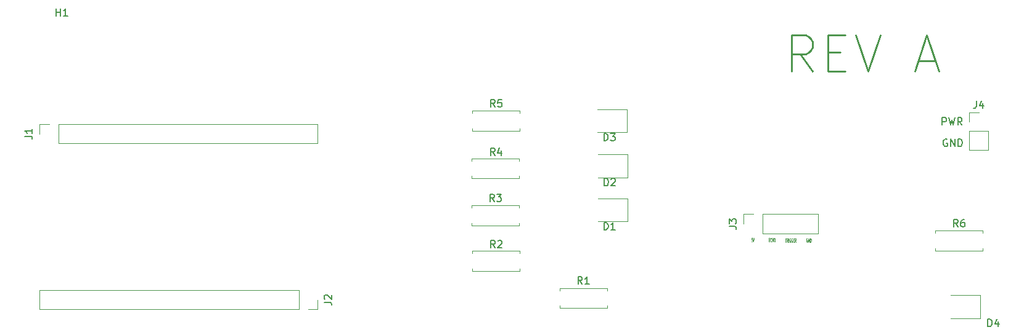
<source format=gbr>
%TF.GenerationSoftware,KiCad,Pcbnew,7.0.7*%
%TF.CreationDate,2023-09-19T21:30:54-07:00*%
%TF.ProjectId,PCB Layout,50434220-4c61-4796-9f75-742e6b696361,rev?*%
%TF.SameCoordinates,Original*%
%TF.FileFunction,Legend,Top*%
%TF.FilePolarity,Positive*%
%FSLAX46Y46*%
G04 Gerber Fmt 4.6, Leading zero omitted, Abs format (unit mm)*
G04 Created by KiCad (PCBNEW 7.0.7) date 2023-09-19 21:30:54*
%MOMM*%
%LPD*%
G01*
G04 APERTURE LIST*
%ADD10C,0.062500*%
%ADD11C,0.150000*%
%ADD12C,0.250000*%
%ADD13C,0.120000*%
G04 APERTURE END LIST*
D10*
X191919689Y-93260559D02*
X191800641Y-93260559D01*
X191800641Y-93260559D02*
X191788737Y-93498654D01*
X191788737Y-93498654D02*
X191800641Y-93474845D01*
X191800641Y-93474845D02*
X191824451Y-93451035D01*
X191824451Y-93451035D02*
X191883975Y-93451035D01*
X191883975Y-93451035D02*
X191907784Y-93474845D01*
X191907784Y-93474845D02*
X191919689Y-93498654D01*
X191919689Y-93498654D02*
X191931594Y-93546273D01*
X191931594Y-93546273D02*
X191931594Y-93665321D01*
X191931594Y-93665321D02*
X191919689Y-93712940D01*
X191919689Y-93712940D02*
X191907784Y-93736750D01*
X191907784Y-93736750D02*
X191883975Y-93760559D01*
X191883975Y-93760559D02*
X191824451Y-93760559D01*
X191824451Y-93760559D02*
X191800641Y-93736750D01*
X191800641Y-93736750D02*
X191788737Y-93712940D01*
X192003022Y-93260559D02*
X192086355Y-93760559D01*
X192086355Y-93760559D02*
X192169689Y-93260559D01*
X199456594Y-93309369D02*
X199432784Y-93285559D01*
X199432784Y-93285559D02*
X199397070Y-93285559D01*
X199397070Y-93285559D02*
X199361356Y-93309369D01*
X199361356Y-93309369D02*
X199337546Y-93356988D01*
X199337546Y-93356988D02*
X199325641Y-93404607D01*
X199325641Y-93404607D02*
X199313737Y-93499845D01*
X199313737Y-93499845D02*
X199313737Y-93571273D01*
X199313737Y-93571273D02*
X199325641Y-93666511D01*
X199325641Y-93666511D02*
X199337546Y-93714130D01*
X199337546Y-93714130D02*
X199361356Y-93761750D01*
X199361356Y-93761750D02*
X199397070Y-93785559D01*
X199397070Y-93785559D02*
X199420879Y-93785559D01*
X199420879Y-93785559D02*
X199456594Y-93761750D01*
X199456594Y-93761750D02*
X199468498Y-93737940D01*
X199468498Y-93737940D02*
X199468498Y-93571273D01*
X199468498Y-93571273D02*
X199420879Y-93571273D01*
X199575641Y-93785559D02*
X199575641Y-93285559D01*
X199575641Y-93285559D02*
X199718498Y-93785559D01*
X199718498Y-93785559D02*
X199718498Y-93285559D01*
X199837546Y-93785559D02*
X199837546Y-93285559D01*
X199837546Y-93285559D02*
X199897070Y-93285559D01*
X199897070Y-93285559D02*
X199932784Y-93309369D01*
X199932784Y-93309369D02*
X199956594Y-93356988D01*
X199956594Y-93356988D02*
X199968499Y-93404607D01*
X199968499Y-93404607D02*
X199980403Y-93499845D01*
X199980403Y-93499845D02*
X199980403Y-93571273D01*
X199980403Y-93571273D02*
X199968499Y-93666511D01*
X199968499Y-93666511D02*
X199956594Y-93714130D01*
X199956594Y-93714130D02*
X199932784Y-93761750D01*
X199932784Y-93761750D02*
X199897070Y-93785559D01*
X199897070Y-93785559D02*
X199837546Y-93785559D01*
X196414927Y-93285559D02*
X196557784Y-93285559D01*
X196486356Y-93785559D02*
X196486356Y-93285559D01*
X196783974Y-93785559D02*
X196700641Y-93547464D01*
X196641117Y-93785559D02*
X196641117Y-93285559D01*
X196641117Y-93285559D02*
X196736355Y-93285559D01*
X196736355Y-93285559D02*
X196760165Y-93309369D01*
X196760165Y-93309369D02*
X196772070Y-93333178D01*
X196772070Y-93333178D02*
X196783974Y-93380797D01*
X196783974Y-93380797D02*
X196783974Y-93452226D01*
X196783974Y-93452226D02*
X196772070Y-93499845D01*
X196772070Y-93499845D02*
X196760165Y-93523654D01*
X196760165Y-93523654D02*
X196736355Y-93547464D01*
X196736355Y-93547464D02*
X196641117Y-93547464D01*
X196891117Y-93785559D02*
X196891117Y-93285559D01*
X197141118Y-93309369D02*
X197117308Y-93285559D01*
X197117308Y-93285559D02*
X197081594Y-93285559D01*
X197081594Y-93285559D02*
X197045880Y-93309369D01*
X197045880Y-93309369D02*
X197022070Y-93356988D01*
X197022070Y-93356988D02*
X197010165Y-93404607D01*
X197010165Y-93404607D02*
X196998261Y-93499845D01*
X196998261Y-93499845D02*
X196998261Y-93571273D01*
X196998261Y-93571273D02*
X197010165Y-93666511D01*
X197010165Y-93666511D02*
X197022070Y-93714130D01*
X197022070Y-93714130D02*
X197045880Y-93761750D01*
X197045880Y-93761750D02*
X197081594Y-93785559D01*
X197081594Y-93785559D02*
X197105403Y-93785559D01*
X197105403Y-93785559D02*
X197141118Y-93761750D01*
X197141118Y-93761750D02*
X197153022Y-93737940D01*
X197153022Y-93737940D02*
X197153022Y-93571273D01*
X197153022Y-93571273D02*
X197105403Y-93571273D01*
X197391118Y-93309369D02*
X197367308Y-93285559D01*
X197367308Y-93285559D02*
X197331594Y-93285559D01*
X197331594Y-93285559D02*
X197295880Y-93309369D01*
X197295880Y-93309369D02*
X197272070Y-93356988D01*
X197272070Y-93356988D02*
X197260165Y-93404607D01*
X197260165Y-93404607D02*
X197248261Y-93499845D01*
X197248261Y-93499845D02*
X197248261Y-93571273D01*
X197248261Y-93571273D02*
X197260165Y-93666511D01*
X197260165Y-93666511D02*
X197272070Y-93714130D01*
X197272070Y-93714130D02*
X197295880Y-93761750D01*
X197295880Y-93761750D02*
X197331594Y-93785559D01*
X197331594Y-93785559D02*
X197355403Y-93785559D01*
X197355403Y-93785559D02*
X197391118Y-93761750D01*
X197391118Y-93761750D02*
X197403022Y-93737940D01*
X197403022Y-93737940D02*
X197403022Y-93571273D01*
X197403022Y-93571273D02*
X197355403Y-93571273D01*
X197510165Y-93523654D02*
X197593499Y-93523654D01*
X197629213Y-93785559D02*
X197510165Y-93785559D01*
X197510165Y-93785559D02*
X197510165Y-93285559D01*
X197510165Y-93285559D02*
X197629213Y-93285559D01*
X197879212Y-93785559D02*
X197795879Y-93547464D01*
X197736355Y-93785559D02*
X197736355Y-93285559D01*
X197736355Y-93285559D02*
X197831593Y-93285559D01*
X197831593Y-93285559D02*
X197855403Y-93309369D01*
X197855403Y-93309369D02*
X197867308Y-93333178D01*
X197867308Y-93333178D02*
X197879212Y-93380797D01*
X197879212Y-93380797D02*
X197879212Y-93452226D01*
X197879212Y-93452226D02*
X197867308Y-93499845D01*
X197867308Y-93499845D02*
X197855403Y-93523654D01*
X197855403Y-93523654D02*
X197831593Y-93547464D01*
X197831593Y-93547464D02*
X197736355Y-93547464D01*
X194125641Y-93498654D02*
X194208975Y-93498654D01*
X194244689Y-93760559D02*
X194125641Y-93760559D01*
X194125641Y-93760559D02*
X194125641Y-93260559D01*
X194125641Y-93260559D02*
X194244689Y-93260559D01*
X194494688Y-93712940D02*
X194482784Y-93736750D01*
X194482784Y-93736750D02*
X194447069Y-93760559D01*
X194447069Y-93760559D02*
X194423260Y-93760559D01*
X194423260Y-93760559D02*
X194387546Y-93736750D01*
X194387546Y-93736750D02*
X194363736Y-93689130D01*
X194363736Y-93689130D02*
X194351831Y-93641511D01*
X194351831Y-93641511D02*
X194339927Y-93546273D01*
X194339927Y-93546273D02*
X194339927Y-93474845D01*
X194339927Y-93474845D02*
X194351831Y-93379607D01*
X194351831Y-93379607D02*
X194363736Y-93331988D01*
X194363736Y-93331988D02*
X194387546Y-93284369D01*
X194387546Y-93284369D02*
X194423260Y-93260559D01*
X194423260Y-93260559D02*
X194447069Y-93260559D01*
X194447069Y-93260559D02*
X194482784Y-93284369D01*
X194482784Y-93284369D02*
X194494688Y-93308178D01*
X194601831Y-93760559D02*
X194601831Y-93260559D01*
X194601831Y-93498654D02*
X194744688Y-93498654D01*
X194744688Y-93760559D02*
X194744688Y-93260559D01*
X194911355Y-93260559D02*
X194958974Y-93260559D01*
X194958974Y-93260559D02*
X194982784Y-93284369D01*
X194982784Y-93284369D02*
X195006593Y-93331988D01*
X195006593Y-93331988D02*
X195018498Y-93427226D01*
X195018498Y-93427226D02*
X195018498Y-93593892D01*
X195018498Y-93593892D02*
X195006593Y-93689130D01*
X195006593Y-93689130D02*
X194982784Y-93736750D01*
X194982784Y-93736750D02*
X194958974Y-93760559D01*
X194958974Y-93760559D02*
X194911355Y-93760559D01*
X194911355Y-93760559D02*
X194887546Y-93736750D01*
X194887546Y-93736750D02*
X194863736Y-93689130D01*
X194863736Y-93689130D02*
X194851832Y-93593892D01*
X194851832Y-93593892D02*
X194851832Y-93427226D01*
X194851832Y-93427226D02*
X194863736Y-93331988D01*
X194863736Y-93331988D02*
X194887546Y-93284369D01*
X194887546Y-93284369D02*
X194911355Y-93260559D01*
D11*
X218660588Y-79667438D02*
X218565350Y-79619819D01*
X218565350Y-79619819D02*
X218422493Y-79619819D01*
X218422493Y-79619819D02*
X218279636Y-79667438D01*
X218279636Y-79667438D02*
X218184398Y-79762676D01*
X218184398Y-79762676D02*
X218136779Y-79857914D01*
X218136779Y-79857914D02*
X218089160Y-80048390D01*
X218089160Y-80048390D02*
X218089160Y-80191247D01*
X218089160Y-80191247D02*
X218136779Y-80381723D01*
X218136779Y-80381723D02*
X218184398Y-80476961D01*
X218184398Y-80476961D02*
X218279636Y-80572200D01*
X218279636Y-80572200D02*
X218422493Y-80619819D01*
X218422493Y-80619819D02*
X218517731Y-80619819D01*
X218517731Y-80619819D02*
X218660588Y-80572200D01*
X218660588Y-80572200D02*
X218708207Y-80524580D01*
X218708207Y-80524580D02*
X218708207Y-80191247D01*
X218708207Y-80191247D02*
X218517731Y-80191247D01*
X219136779Y-80619819D02*
X219136779Y-79619819D01*
X219136779Y-79619819D02*
X219708207Y-80619819D01*
X219708207Y-80619819D02*
X219708207Y-79619819D01*
X220184398Y-80619819D02*
X220184398Y-79619819D01*
X220184398Y-79619819D02*
X220422493Y-79619819D01*
X220422493Y-79619819D02*
X220565350Y-79667438D01*
X220565350Y-79667438D02*
X220660588Y-79762676D01*
X220660588Y-79762676D02*
X220708207Y-79857914D01*
X220708207Y-79857914D02*
X220755826Y-80048390D01*
X220755826Y-80048390D02*
X220755826Y-80191247D01*
X220755826Y-80191247D02*
X220708207Y-80381723D01*
X220708207Y-80381723D02*
X220660588Y-80476961D01*
X220660588Y-80476961D02*
X220565350Y-80572200D01*
X220565350Y-80572200D02*
X220422493Y-80619819D01*
X220422493Y-80619819D02*
X220184398Y-80619819D01*
X217986779Y-77669819D02*
X217986779Y-76669819D01*
X217986779Y-76669819D02*
X218367731Y-76669819D01*
X218367731Y-76669819D02*
X218462969Y-76717438D01*
X218462969Y-76717438D02*
X218510588Y-76765057D01*
X218510588Y-76765057D02*
X218558207Y-76860295D01*
X218558207Y-76860295D02*
X218558207Y-77003152D01*
X218558207Y-77003152D02*
X218510588Y-77098390D01*
X218510588Y-77098390D02*
X218462969Y-77146009D01*
X218462969Y-77146009D02*
X218367731Y-77193628D01*
X218367731Y-77193628D02*
X217986779Y-77193628D01*
X218891541Y-76669819D02*
X219129636Y-77669819D01*
X219129636Y-77669819D02*
X219320112Y-76955533D01*
X219320112Y-76955533D02*
X219510588Y-77669819D01*
X219510588Y-77669819D02*
X219748684Y-76669819D01*
X220701064Y-77669819D02*
X220367731Y-77193628D01*
X220129636Y-77669819D02*
X220129636Y-76669819D01*
X220129636Y-76669819D02*
X220510588Y-76669819D01*
X220510588Y-76669819D02*
X220605826Y-76717438D01*
X220605826Y-76717438D02*
X220653445Y-76765057D01*
X220653445Y-76765057D02*
X220701064Y-76860295D01*
X220701064Y-76860295D02*
X220701064Y-77003152D01*
X220701064Y-77003152D02*
X220653445Y-77098390D01*
X220653445Y-77098390D02*
X220605826Y-77146009D01*
X220605826Y-77146009D02*
X220510588Y-77193628D01*
X220510588Y-77193628D02*
X220129636Y-77193628D01*
D12*
X200162092Y-70275095D02*
X198495425Y-67894142D01*
X197304949Y-70275095D02*
X197304949Y-65275095D01*
X197304949Y-65275095D02*
X199209711Y-65275095D01*
X199209711Y-65275095D02*
X199685901Y-65513190D01*
X199685901Y-65513190D02*
X199923996Y-65751285D01*
X199923996Y-65751285D02*
X200162092Y-66227476D01*
X200162092Y-66227476D02*
X200162092Y-66941761D01*
X200162092Y-66941761D02*
X199923996Y-67417952D01*
X199923996Y-67417952D02*
X199685901Y-67656047D01*
X199685901Y-67656047D02*
X199209711Y-67894142D01*
X199209711Y-67894142D02*
X197304949Y-67894142D01*
X202304949Y-67656047D02*
X203971615Y-67656047D01*
X204685901Y-70275095D02*
X202304949Y-70275095D01*
X202304949Y-70275095D02*
X202304949Y-65275095D01*
X202304949Y-65275095D02*
X204685901Y-65275095D01*
X206114473Y-65275095D02*
X207781140Y-70275095D01*
X207781140Y-70275095D02*
X209447806Y-65275095D01*
X214685901Y-68846523D02*
X217066854Y-68846523D01*
X214209711Y-70275095D02*
X215876378Y-65275095D01*
X215876378Y-65275095D02*
X217543044Y-70275095D01*
D11*
X222678666Y-74366219D02*
X222678666Y-75080504D01*
X222678666Y-75080504D02*
X222631047Y-75223361D01*
X222631047Y-75223361D02*
X222535809Y-75318600D01*
X222535809Y-75318600D02*
X222392952Y-75366219D01*
X222392952Y-75366219D02*
X222297714Y-75366219D01*
X223583428Y-74699552D02*
X223583428Y-75366219D01*
X223345333Y-74318600D02*
X223107238Y-75032885D01*
X223107238Y-75032885D02*
X223726285Y-75032885D01*
X220148333Y-91684819D02*
X219815000Y-91208628D01*
X219576905Y-91684819D02*
X219576905Y-90684819D01*
X219576905Y-90684819D02*
X219957857Y-90684819D01*
X219957857Y-90684819D02*
X220053095Y-90732438D01*
X220053095Y-90732438D02*
X220100714Y-90780057D01*
X220100714Y-90780057D02*
X220148333Y-90875295D01*
X220148333Y-90875295D02*
X220148333Y-91018152D01*
X220148333Y-91018152D02*
X220100714Y-91113390D01*
X220100714Y-91113390D02*
X220053095Y-91161009D01*
X220053095Y-91161009D02*
X219957857Y-91208628D01*
X219957857Y-91208628D02*
X219576905Y-91208628D01*
X221005476Y-90684819D02*
X220815000Y-90684819D01*
X220815000Y-90684819D02*
X220719762Y-90732438D01*
X220719762Y-90732438D02*
X220672143Y-90780057D01*
X220672143Y-90780057D02*
X220576905Y-90922914D01*
X220576905Y-90922914D02*
X220529286Y-91113390D01*
X220529286Y-91113390D02*
X220529286Y-91494342D01*
X220529286Y-91494342D02*
X220576905Y-91589580D01*
X220576905Y-91589580D02*
X220624524Y-91637200D01*
X220624524Y-91637200D02*
X220719762Y-91684819D01*
X220719762Y-91684819D02*
X220910238Y-91684819D01*
X220910238Y-91684819D02*
X221005476Y-91637200D01*
X221005476Y-91637200D02*
X221053095Y-91589580D01*
X221053095Y-91589580D02*
X221100714Y-91494342D01*
X221100714Y-91494342D02*
X221100714Y-91256247D01*
X221100714Y-91256247D02*
X221053095Y-91161009D01*
X221053095Y-91161009D02*
X221005476Y-91113390D01*
X221005476Y-91113390D02*
X220910238Y-91065771D01*
X220910238Y-91065771D02*
X220719762Y-91065771D01*
X220719762Y-91065771D02*
X220624524Y-91113390D01*
X220624524Y-91113390D02*
X220576905Y-91161009D01*
X220576905Y-91161009D02*
X220529286Y-91256247D01*
X156558333Y-75173819D02*
X156225000Y-74697628D01*
X155986905Y-75173819D02*
X155986905Y-74173819D01*
X155986905Y-74173819D02*
X156367857Y-74173819D01*
X156367857Y-74173819D02*
X156463095Y-74221438D01*
X156463095Y-74221438D02*
X156510714Y-74269057D01*
X156510714Y-74269057D02*
X156558333Y-74364295D01*
X156558333Y-74364295D02*
X156558333Y-74507152D01*
X156558333Y-74507152D02*
X156510714Y-74602390D01*
X156510714Y-74602390D02*
X156463095Y-74650009D01*
X156463095Y-74650009D02*
X156367857Y-74697628D01*
X156367857Y-74697628D02*
X155986905Y-74697628D01*
X157463095Y-74173819D02*
X156986905Y-74173819D01*
X156986905Y-74173819D02*
X156939286Y-74650009D01*
X156939286Y-74650009D02*
X156986905Y-74602390D01*
X156986905Y-74602390D02*
X157082143Y-74554771D01*
X157082143Y-74554771D02*
X157320238Y-74554771D01*
X157320238Y-74554771D02*
X157415476Y-74602390D01*
X157415476Y-74602390D02*
X157463095Y-74650009D01*
X157463095Y-74650009D02*
X157510714Y-74745247D01*
X157510714Y-74745247D02*
X157510714Y-74983342D01*
X157510714Y-74983342D02*
X157463095Y-75078580D01*
X157463095Y-75078580D02*
X157415476Y-75126200D01*
X157415476Y-75126200D02*
X157320238Y-75173819D01*
X157320238Y-75173819D02*
X157082143Y-75173819D01*
X157082143Y-75173819D02*
X156986905Y-75126200D01*
X156986905Y-75126200D02*
X156939286Y-75078580D01*
X156533333Y-81854819D02*
X156200000Y-81378628D01*
X155961905Y-81854819D02*
X155961905Y-80854819D01*
X155961905Y-80854819D02*
X156342857Y-80854819D01*
X156342857Y-80854819D02*
X156438095Y-80902438D01*
X156438095Y-80902438D02*
X156485714Y-80950057D01*
X156485714Y-80950057D02*
X156533333Y-81045295D01*
X156533333Y-81045295D02*
X156533333Y-81188152D01*
X156533333Y-81188152D02*
X156485714Y-81283390D01*
X156485714Y-81283390D02*
X156438095Y-81331009D01*
X156438095Y-81331009D02*
X156342857Y-81378628D01*
X156342857Y-81378628D02*
X155961905Y-81378628D01*
X157390476Y-81188152D02*
X157390476Y-81854819D01*
X157152381Y-80807200D02*
X156914286Y-81521485D01*
X156914286Y-81521485D02*
X157533333Y-81521485D01*
X156458333Y-88209819D02*
X156125000Y-87733628D01*
X155886905Y-88209819D02*
X155886905Y-87209819D01*
X155886905Y-87209819D02*
X156267857Y-87209819D01*
X156267857Y-87209819D02*
X156363095Y-87257438D01*
X156363095Y-87257438D02*
X156410714Y-87305057D01*
X156410714Y-87305057D02*
X156458333Y-87400295D01*
X156458333Y-87400295D02*
X156458333Y-87543152D01*
X156458333Y-87543152D02*
X156410714Y-87638390D01*
X156410714Y-87638390D02*
X156363095Y-87686009D01*
X156363095Y-87686009D02*
X156267857Y-87733628D01*
X156267857Y-87733628D02*
X155886905Y-87733628D01*
X156791667Y-87209819D02*
X157410714Y-87209819D01*
X157410714Y-87209819D02*
X157077381Y-87590771D01*
X157077381Y-87590771D02*
X157220238Y-87590771D01*
X157220238Y-87590771D02*
X157315476Y-87638390D01*
X157315476Y-87638390D02*
X157363095Y-87686009D01*
X157363095Y-87686009D02*
X157410714Y-87781247D01*
X157410714Y-87781247D02*
X157410714Y-88019342D01*
X157410714Y-88019342D02*
X157363095Y-88114580D01*
X157363095Y-88114580D02*
X157315476Y-88162200D01*
X157315476Y-88162200D02*
X157220238Y-88209819D01*
X157220238Y-88209819D02*
X156934524Y-88209819D01*
X156934524Y-88209819D02*
X156839286Y-88162200D01*
X156839286Y-88162200D02*
X156791667Y-88114580D01*
X156583333Y-94579819D02*
X156250000Y-94103628D01*
X156011905Y-94579819D02*
X156011905Y-93579819D01*
X156011905Y-93579819D02*
X156392857Y-93579819D01*
X156392857Y-93579819D02*
X156488095Y-93627438D01*
X156488095Y-93627438D02*
X156535714Y-93675057D01*
X156535714Y-93675057D02*
X156583333Y-93770295D01*
X156583333Y-93770295D02*
X156583333Y-93913152D01*
X156583333Y-93913152D02*
X156535714Y-94008390D01*
X156535714Y-94008390D02*
X156488095Y-94056009D01*
X156488095Y-94056009D02*
X156392857Y-94103628D01*
X156392857Y-94103628D02*
X156011905Y-94103628D01*
X156964286Y-93675057D02*
X157011905Y-93627438D01*
X157011905Y-93627438D02*
X157107143Y-93579819D01*
X157107143Y-93579819D02*
X157345238Y-93579819D01*
X157345238Y-93579819D02*
X157440476Y-93627438D01*
X157440476Y-93627438D02*
X157488095Y-93675057D01*
X157488095Y-93675057D02*
X157535714Y-93770295D01*
X157535714Y-93770295D02*
X157535714Y-93865533D01*
X157535714Y-93865533D02*
X157488095Y-94008390D01*
X157488095Y-94008390D02*
X156916667Y-94579819D01*
X156916667Y-94579819D02*
X157535714Y-94579819D01*
X168533333Y-99579819D02*
X168200000Y-99103628D01*
X167961905Y-99579819D02*
X167961905Y-98579819D01*
X167961905Y-98579819D02*
X168342857Y-98579819D01*
X168342857Y-98579819D02*
X168438095Y-98627438D01*
X168438095Y-98627438D02*
X168485714Y-98675057D01*
X168485714Y-98675057D02*
X168533333Y-98770295D01*
X168533333Y-98770295D02*
X168533333Y-98913152D01*
X168533333Y-98913152D02*
X168485714Y-99008390D01*
X168485714Y-99008390D02*
X168438095Y-99056009D01*
X168438095Y-99056009D02*
X168342857Y-99103628D01*
X168342857Y-99103628D02*
X167961905Y-99103628D01*
X169485714Y-99579819D02*
X168914286Y-99579819D01*
X169200000Y-99579819D02*
X169200000Y-98579819D01*
X169200000Y-98579819D02*
X169104762Y-98722676D01*
X169104762Y-98722676D02*
X169009524Y-98817914D01*
X169009524Y-98817914D02*
X168914286Y-98865533D01*
X96316895Y-62642419D02*
X96316895Y-61642419D01*
X96316895Y-62118609D02*
X96888323Y-62118609D01*
X96888323Y-62642419D02*
X96888323Y-61642419D01*
X97888323Y-62642419D02*
X97316895Y-62642419D01*
X97602609Y-62642419D02*
X97602609Y-61642419D01*
X97602609Y-61642419D02*
X97507371Y-61785276D01*
X97507371Y-61785276D02*
X97412133Y-61880514D01*
X97412133Y-61880514D02*
X97316895Y-61928133D01*
X171539005Y-92092019D02*
X171539005Y-91092019D01*
X171539005Y-91092019D02*
X171777100Y-91092019D01*
X171777100Y-91092019D02*
X171919957Y-91139638D01*
X171919957Y-91139638D02*
X172015195Y-91234876D01*
X172015195Y-91234876D02*
X172062814Y-91330114D01*
X172062814Y-91330114D02*
X172110433Y-91520590D01*
X172110433Y-91520590D02*
X172110433Y-91663447D01*
X172110433Y-91663447D02*
X172062814Y-91853923D01*
X172062814Y-91853923D02*
X172015195Y-91949161D01*
X172015195Y-91949161D02*
X171919957Y-92044400D01*
X171919957Y-92044400D02*
X171777100Y-92092019D01*
X171777100Y-92092019D02*
X171539005Y-92092019D01*
X173062814Y-92092019D02*
X172491386Y-92092019D01*
X172777100Y-92092019D02*
X172777100Y-91092019D01*
X172777100Y-91092019D02*
X172681862Y-91234876D01*
X172681862Y-91234876D02*
X172586624Y-91330114D01*
X172586624Y-91330114D02*
X172491386Y-91377733D01*
X224261905Y-105427019D02*
X224261905Y-104427019D01*
X224261905Y-104427019D02*
X224500000Y-104427019D01*
X224500000Y-104427019D02*
X224642857Y-104474638D01*
X224642857Y-104474638D02*
X224738095Y-104569876D01*
X224738095Y-104569876D02*
X224785714Y-104665114D01*
X224785714Y-104665114D02*
X224833333Y-104855590D01*
X224833333Y-104855590D02*
X224833333Y-104998447D01*
X224833333Y-104998447D02*
X224785714Y-105188923D01*
X224785714Y-105188923D02*
X224738095Y-105284161D01*
X224738095Y-105284161D02*
X224642857Y-105379400D01*
X224642857Y-105379400D02*
X224500000Y-105427019D01*
X224500000Y-105427019D02*
X224261905Y-105427019D01*
X225690476Y-104760352D02*
X225690476Y-105427019D01*
X225452381Y-104379400D02*
X225214286Y-105093685D01*
X225214286Y-105093685D02*
X225833333Y-105093685D01*
X133111019Y-102085733D02*
X133825304Y-102085733D01*
X133825304Y-102085733D02*
X133968161Y-102133352D01*
X133968161Y-102133352D02*
X134063400Y-102228590D01*
X134063400Y-102228590D02*
X134111019Y-102371447D01*
X134111019Y-102371447D02*
X134111019Y-102466685D01*
X133206257Y-101657161D02*
X133158638Y-101609542D01*
X133158638Y-101609542D02*
X133111019Y-101514304D01*
X133111019Y-101514304D02*
X133111019Y-101276209D01*
X133111019Y-101276209D02*
X133158638Y-101180971D01*
X133158638Y-101180971D02*
X133206257Y-101133352D01*
X133206257Y-101133352D02*
X133301495Y-101085733D01*
X133301495Y-101085733D02*
X133396733Y-101085733D01*
X133396733Y-101085733D02*
X133539590Y-101133352D01*
X133539590Y-101133352D02*
X134111019Y-101704780D01*
X134111019Y-101704780D02*
X134111019Y-101085733D01*
X92011019Y-79225733D02*
X92725304Y-79225733D01*
X92725304Y-79225733D02*
X92868161Y-79273352D01*
X92868161Y-79273352D02*
X92963400Y-79368590D01*
X92963400Y-79368590D02*
X93011019Y-79511447D01*
X93011019Y-79511447D02*
X93011019Y-79606685D01*
X93011019Y-78225733D02*
X93011019Y-78797161D01*
X93011019Y-78511447D02*
X92011019Y-78511447D01*
X92011019Y-78511447D02*
X92153876Y-78606685D01*
X92153876Y-78606685D02*
X92249114Y-78701923D01*
X92249114Y-78701923D02*
X92296733Y-78797161D01*
X171524705Y-79849219D02*
X171524705Y-78849219D01*
X171524705Y-78849219D02*
X171762800Y-78849219D01*
X171762800Y-78849219D02*
X171905657Y-78896838D01*
X171905657Y-78896838D02*
X172000895Y-78992076D01*
X172000895Y-78992076D02*
X172048514Y-79087314D01*
X172048514Y-79087314D02*
X172096133Y-79277790D01*
X172096133Y-79277790D02*
X172096133Y-79420647D01*
X172096133Y-79420647D02*
X172048514Y-79611123D01*
X172048514Y-79611123D02*
X172000895Y-79706361D01*
X172000895Y-79706361D02*
X171905657Y-79801600D01*
X171905657Y-79801600D02*
X171762800Y-79849219D01*
X171762800Y-79849219D02*
X171524705Y-79849219D01*
X172429467Y-78849219D02*
X173048514Y-78849219D01*
X173048514Y-78849219D02*
X172715181Y-79230171D01*
X172715181Y-79230171D02*
X172858038Y-79230171D01*
X172858038Y-79230171D02*
X172953276Y-79277790D01*
X172953276Y-79277790D02*
X173000895Y-79325409D01*
X173000895Y-79325409D02*
X173048514Y-79420647D01*
X173048514Y-79420647D02*
X173048514Y-79658742D01*
X173048514Y-79658742D02*
X173000895Y-79753980D01*
X173000895Y-79753980D02*
X172953276Y-79801600D01*
X172953276Y-79801600D02*
X172858038Y-79849219D01*
X172858038Y-79849219D02*
X172572324Y-79849219D01*
X172572324Y-79849219D02*
X172477086Y-79801600D01*
X172477086Y-79801600D02*
X172429467Y-79753980D01*
X171575505Y-86046819D02*
X171575505Y-85046819D01*
X171575505Y-85046819D02*
X171813600Y-85046819D01*
X171813600Y-85046819D02*
X171956457Y-85094438D01*
X171956457Y-85094438D02*
X172051695Y-85189676D01*
X172051695Y-85189676D02*
X172099314Y-85284914D01*
X172099314Y-85284914D02*
X172146933Y-85475390D01*
X172146933Y-85475390D02*
X172146933Y-85618247D01*
X172146933Y-85618247D02*
X172099314Y-85808723D01*
X172099314Y-85808723D02*
X172051695Y-85903961D01*
X172051695Y-85903961D02*
X171956457Y-85999200D01*
X171956457Y-85999200D02*
X171813600Y-86046819D01*
X171813600Y-86046819D02*
X171575505Y-86046819D01*
X172527886Y-85142057D02*
X172575505Y-85094438D01*
X172575505Y-85094438D02*
X172670743Y-85046819D01*
X172670743Y-85046819D02*
X172908838Y-85046819D01*
X172908838Y-85046819D02*
X173004076Y-85094438D01*
X173004076Y-85094438D02*
X173051695Y-85142057D01*
X173051695Y-85142057D02*
X173099314Y-85237295D01*
X173099314Y-85237295D02*
X173099314Y-85332533D01*
X173099314Y-85332533D02*
X173051695Y-85475390D01*
X173051695Y-85475390D02*
X172480267Y-86046819D01*
X172480267Y-86046819D02*
X173099314Y-86046819D01*
X188708819Y-91620933D02*
X189423104Y-91620933D01*
X189423104Y-91620933D02*
X189565961Y-91668552D01*
X189565961Y-91668552D02*
X189661200Y-91763790D01*
X189661200Y-91763790D02*
X189708819Y-91906647D01*
X189708819Y-91906647D02*
X189708819Y-92001885D01*
X188708819Y-91239980D02*
X188708819Y-90620933D01*
X188708819Y-90620933D02*
X189089771Y-90954266D01*
X189089771Y-90954266D02*
X189089771Y-90811409D01*
X189089771Y-90811409D02*
X189137390Y-90716171D01*
X189137390Y-90716171D02*
X189185009Y-90668552D01*
X189185009Y-90668552D02*
X189280247Y-90620933D01*
X189280247Y-90620933D02*
X189518342Y-90620933D01*
X189518342Y-90620933D02*
X189613580Y-90668552D01*
X189613580Y-90668552D02*
X189661200Y-90716171D01*
X189661200Y-90716171D02*
X189708819Y-90811409D01*
X189708819Y-90811409D02*
X189708819Y-91097123D01*
X189708819Y-91097123D02*
X189661200Y-91192361D01*
X189661200Y-91192361D02*
X189613580Y-91239980D01*
D13*
%TO.C,J4*%
X221682000Y-77241400D02*
X221682000Y-75911400D01*
X221682000Y-81111400D02*
X224342000Y-81111400D01*
X221682000Y-78511400D02*
X221682000Y-81111400D01*
X221682000Y-78511400D02*
X224342000Y-78511400D01*
X221682000Y-75911400D02*
X223012000Y-75911400D01*
X224342000Y-78511400D02*
X224342000Y-81111400D01*
%TO.C,R6*%
X223585000Y-94970000D02*
X223585000Y-94640000D01*
X217045000Y-92230000D02*
X223585000Y-92230000D01*
X217045000Y-94970000D02*
X223585000Y-94970000D01*
X217045000Y-94640000D02*
X217045000Y-94970000D01*
X217045000Y-92560000D02*
X217045000Y-92230000D01*
X223585000Y-92230000D02*
X223585000Y-92560000D01*
%TO.C,R5*%
X159995000Y-78459000D02*
X159995000Y-78129000D01*
X153455000Y-75719000D02*
X159995000Y-75719000D01*
X153455000Y-78459000D02*
X159995000Y-78459000D01*
X153455000Y-78129000D02*
X153455000Y-78459000D01*
X153455000Y-76049000D02*
X153455000Y-75719000D01*
X159995000Y-75719000D02*
X159995000Y-76049000D01*
%TO.C,R4*%
X153355000Y-85020000D02*
X153355000Y-84690000D01*
X159895000Y-84690000D02*
X159895000Y-85020000D01*
X159895000Y-82610000D02*
X159895000Y-82280000D01*
X159895000Y-82280000D02*
X153355000Y-82280000D01*
X159895000Y-85020000D02*
X153355000Y-85020000D01*
X153355000Y-82280000D02*
X153355000Y-82610000D01*
%TO.C,R3*%
X159895000Y-91495000D02*
X159895000Y-91165000D01*
X153355000Y-88755000D02*
X159895000Y-88755000D01*
X153355000Y-91495000D02*
X159895000Y-91495000D01*
X153355000Y-91165000D02*
X153355000Y-91495000D01*
X153355000Y-89085000D02*
X153355000Y-88755000D01*
X159895000Y-88755000D02*
X159895000Y-89085000D01*
%TO.C,R2*%
X153405000Y-95030000D02*
X153405000Y-95360000D01*
X159945000Y-97770000D02*
X153405000Y-97770000D01*
X159945000Y-95030000D02*
X153405000Y-95030000D01*
X159945000Y-95360000D02*
X159945000Y-95030000D01*
X159945000Y-97440000D02*
X159945000Y-97770000D01*
X153405000Y-97770000D02*
X153405000Y-97440000D01*
%TO.C,R1*%
X165455000Y-100155000D02*
X165455000Y-100485000D01*
X171995000Y-102895000D02*
X165455000Y-102895000D01*
X171995000Y-100155000D02*
X165455000Y-100155000D01*
X171995000Y-100485000D02*
X171995000Y-100155000D01*
X171995000Y-102565000D02*
X171995000Y-102895000D01*
X165455000Y-102895000D02*
X165455000Y-102565000D01*
%TO.C,D1*%
X174737100Y-90942200D02*
X174737100Y-87772200D01*
X174737100Y-87772200D02*
X170677100Y-87772200D01*
X170677100Y-90942200D02*
X174737100Y-90942200D01*
%TO.C,D4*%
X219151400Y-104277200D02*
X223211400Y-104277200D01*
X223211400Y-101107200D02*
X219151400Y-101107200D01*
X223211400Y-104277200D02*
X223211400Y-101107200D01*
%TO.C,J2*%
X129616200Y-103082400D02*
X93996200Y-103082400D01*
X93996200Y-100422400D02*
X93996200Y-103082400D01*
X132216200Y-103082400D02*
X130886200Y-103082400D01*
X132216200Y-101752400D02*
X132216200Y-103082400D01*
X129616200Y-100422400D02*
X93996200Y-100422400D01*
X129616200Y-100422400D02*
X129616200Y-103082400D01*
%TO.C,J1*%
X96596200Y-77562400D02*
X132216200Y-77562400D01*
X132216200Y-80222400D02*
X132216200Y-77562400D01*
X93996200Y-77562400D02*
X95326200Y-77562400D01*
X93996200Y-78892400D02*
X93996200Y-77562400D01*
X96596200Y-80222400D02*
X132216200Y-80222400D01*
X96596200Y-80222400D02*
X96596200Y-77562400D01*
%TO.C,D3*%
X174722800Y-78699400D02*
X174722800Y-75529400D01*
X174722800Y-75529400D02*
X170662800Y-75529400D01*
X170662800Y-78699400D02*
X174722800Y-78699400D01*
%TO.C,D2*%
X170713600Y-84897000D02*
X174773600Y-84897000D01*
X174773600Y-81727000D02*
X170713600Y-81727000D01*
X174773600Y-84897000D02*
X174773600Y-81727000D01*
%TO.C,J3*%
X193294000Y-92617600D02*
X200974000Y-92617600D01*
X193294000Y-92617600D02*
X193294000Y-89957600D01*
X200974000Y-92617600D02*
X200974000Y-89957600D01*
X190694000Y-91287600D02*
X190694000Y-89957600D01*
X190694000Y-89957600D02*
X192024000Y-89957600D01*
X193294000Y-89957600D02*
X200974000Y-89957600D01*
%TD*%
M02*

</source>
